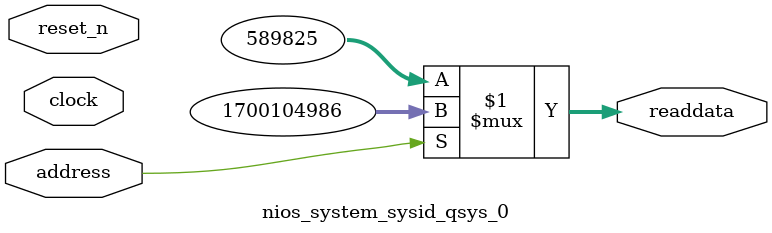
<source format=v>



// synthesis translate_off
`timescale 1ns / 1ps
// synthesis translate_on

// turn off superfluous verilog processor warnings 
// altera message_level Level1 
// altera message_off 10034 10035 10036 10037 10230 10240 10030 

module nios_system_sysid_qsys_0 (
               // inputs:
                address,
                clock,
                reset_n,

               // outputs:
                readdata
             )
;

  output  [ 31: 0] readdata;
  input            address;
  input            clock;
  input            reset_n;

  wire    [ 31: 0] readdata;
  //control_slave, which is an e_avalon_slave
  assign readdata = address ? 1700104986 : 589825;

endmodule



</source>
